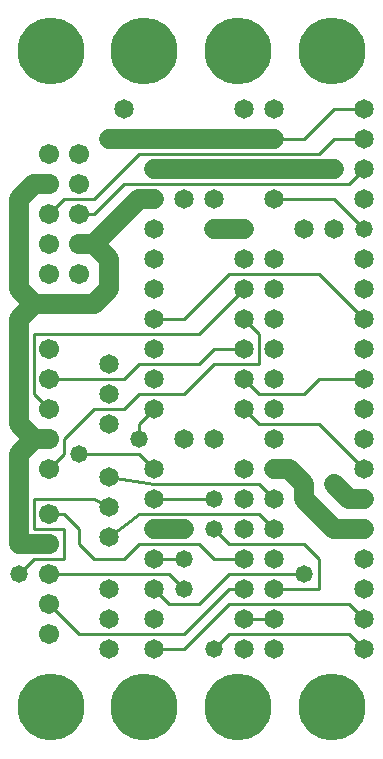
<source format=gbl>
%MOIN*%
%FSLAX25Y25*%
G04 D10 used for Character Trace; *
G04     Circle (OD=.01000) (No hole)*
G04 D11 used for Power Trace; *
G04     Circle (OD=.06500) (No hole)*
G04 D12 used for Signal Trace; *
G04     Circle (OD=.01100) (No hole)*
G04 D13 used for Via; *
G04     Circle (OD=.05800) (Round. Hole ID=.02800)*
G04 D14 used for Component hole; *
G04     Circle (OD=.06500) (Round. Hole ID=.03500)*
G04 D15 used for Component hole; *
G04     Circle (OD=.06700) (Round. Hole ID=.04300)*
G04 D16 used for Component hole; *
G04     Circle (OD=.08100) (Round. Hole ID=.05100)*
G04 D17 used for Component hole; *
G04     Circle (OD=.08900) (Round. Hole ID=.05900)*
G04 D18 used for Component hole; *
G04     Circle (OD=.11300) (Round. Hole ID=.08300)*
G04 D19 used for Component hole; *
G04     Circle (OD=.16000) (Round. Hole ID=.13000)*
G04 D20 used for Component hole; *
G04     Circle (OD=.18300) (Round. Hole ID=.15300)*
G04 D21 used for Component hole; *
G04     Circle (OD=.22291) (Round. Hole ID=.19291)*
%ADD10C,.01000*%
%ADD11C,.06500*%
%ADD12C,.01100*%
%ADD13C,.05800*%
%ADD14C,.06500*%
%ADD15C,.06700*%
%ADD16C,.08100*%
%ADD17C,.08900*%
%ADD18C,.11300*%
%ADD19C,.16000*%
%ADD20C,.18300*%
%ADD21C,.22291*%
%IPPOS*%
%LPD*%
G90*X0Y0D02*D21*X15625Y15625D03*D14*              
X35000Y35000D03*D12*X25000Y40000D02*X60000D01*    
X75000Y55000D01*X80000D01*D14*D03*D12*            
X65000Y50000D02*X75000Y60000D01*X55000Y50000D02*  
X65000D01*X55000D02*X50000Y55000D01*D14*D03*D12*  
X60000D02*X55000Y60000D01*D13*X60000Y55000D03*D12*
X15000Y60000D02*X55000D01*D15*X15000D03*D12*      
X10000Y65000D02*X20000D01*X5000Y60000D02*         
X10000Y65000D01*D13*X5000Y60000D03*D15*           
X15000Y50000D03*D12*X25000Y40000D01*D15*X15000D03*
D14*X35000Y45000D03*Y55000D03*X50000Y65000D03*D12*
X60000D01*D13*D03*D12*X70000D02*X65000Y70000D01*  
X70000Y65000D02*X80000D01*D14*D03*D12*            
X75000Y70000D02*X100000D01*X105000Y65000D01*      
Y55000D01*X90000D01*D14*D03*X80000Y45000D03*D12*  
X90000D01*D14*D03*X80000Y35000D03*X90000D03*D12*  
X75000Y60000D02*X100000D01*D13*D03*D14*           
X90000Y65000D03*D12*X120000Y45000D02*             
X115000Y50000D01*D14*X120000Y45000D03*D12*        
X75000Y50000D02*X115000D01*X60000Y35000D02*       
X75000Y50000D01*X50000Y35000D02*X60000D01*D14*    
X50000D03*Y45000D03*D21*X46875Y15625D03*D13*      
X70000Y35000D03*D12*X75000Y40000D01*X115000D01*   
X120000Y35000D01*D14*D03*D21*X109375Y15625D03*D14*
X120000Y55000D03*Y65000D03*X80000Y75000D03*       
X120000D03*D11*X110000D01*X100000Y85000D01*       
Y90000D01*X95000Y95000D01*X90000D01*D14*D03*D12*  
Y85000D02*X85000Y90000D01*D14*X90000Y85000D03*D12*
X50000Y90000D02*X85000D01*X35000Y92500D02*        
X50000Y90000D01*D14*X35000Y92500D03*D12*Y82500D02*
X30000Y85000D01*D14*X35000Y82500D03*D12*          
X10000Y85000D02*X30000D01*X10000Y75000D02*        
Y85000D01*Y75000D02*X20000D01*Y65000D01*X30000D02*
X25000Y70000D01*X30000Y65000D02*X40000D01*        
X45000Y70000D01*X65000D01*D13*X70000Y75000D03*D12*
X75000Y70000D01*X90000Y75000D02*X85000Y80000D01*  
D14*X90000Y75000D03*D12*X45000Y80000D02*X85000D01*
X35000Y72500D02*X45000Y80000D01*D14*              
X35000Y72500D03*D12*X25000Y70000D02*Y75000D01*    
X20000Y80000D01*X15000D01*D15*D03*D11*            
X5000Y70000D02*X15000D01*D15*D03*D11*X5000D02*    
Y100000D01*X10000Y105000D01*X15000D01*D15*D03*D12*
Y95000D02*X20000Y100000D01*D15*X15000Y95000D03*   
D12*X20000Y100000D02*Y105000D01*X30000Y115000D01* 
X40000D01*X45000Y120000D01*X60000D01*             
X70000Y130000D01*X85000D01*Y140000D01*            
X80000Y145000D01*D14*D03*X90000Y135000D03*        
Y155000D03*D12*X65000Y130000D02*X70000Y135000D01* 
X45000Y130000D02*X65000D01*X40000Y125000D02*      
X45000Y130000D01*X15000Y125000D02*X40000D01*D15*  
X15000D03*D12*Y115000D02*X10000Y120000D01*D15*    
X15000Y115000D03*D12*X10000Y120000D02*Y140000D01* 
X65000D01*X80000Y155000D01*D14*D03*D12*           
X60000Y145000D02*X75000Y160000D01*                
X50000Y145000D02*X60000D01*D14*X50000D03*         
Y155000D03*Y135000D03*X35000Y130000D03*D11*       
X30000Y150000D02*X35000Y155000D01*                
X10000Y150000D02*X30000D01*X5000Y145000D02*       
X10000Y150000D01*X5000Y110000D02*Y145000D01*      
X10000Y105000D02*X5000Y110000D01*D13*             
X25000Y100000D03*D12*X45000D01*X50000Y95000D01*   
D14*D03*X60000Y105000D03*X50000Y85000D03*D12*     
X70000D01*D13*D03*D14*X80000Y95000D03*D13*        
X60000Y75000D03*D11*X50000D01*D14*D03*            
X70000Y105000D03*D13*X45000D03*D12*Y110000D01*    
X50000Y115000D01*D14*D03*Y125000D03*              
X35000Y120000D03*Y110000D03*D12*X70000Y135000D02* 
X80000D01*D14*D03*X90000Y125000D03*Y145000D03*    
X80000Y125000D03*D12*X85000Y120000D01*X100000D01* 
X105000Y125000D01*X120000D01*D14*D03*Y135000D03*  
Y115000D03*D12*Y95000D02*X105000Y110000D01*D14*   
X120000Y95000D03*D11*X115000Y85000D02*X120000D01* 
D14*D03*D11*X115000D02*X110000Y90000D01*D13*D03*  
D14*X120000Y105000D03*X90000D03*D12*              
X85000Y110000D02*X105000D01*X85000D02*            
X80000Y115000D01*D14*D03*X90000D03*               
X80000Y85000D03*X120000Y155000D03*Y145000D03*D12* 
X105000Y160000D01*X75000D01*D14*X80000Y165000D03* 
Y175000D03*D11*X70000D01*D13*D03*D14*             
X60000Y185000D03*X70000D03*X90000Y195000D03*D11*  
X70000D01*D14*D03*D11*X50000D01*D13*D03*D12*      
X30000Y185000D02*X45000Y200000D01*                
X20000Y185000D02*X30000D01*X15000Y180000D02*      
X20000Y185000D01*D15*X15000Y180000D03*            
X25000Y170000D03*D11*X30000D01*X35000Y165000D01*  
Y155000D01*D15*X25000Y160000D03*D11*              
X30000Y170000D02*X45000Y185000D01*X50000D01*D13*  
D03*D12*X30000Y180000D02*X40000Y190000D01*        
X25000Y180000D02*X30000D01*D15*X25000D03*         
X15000Y190000D03*D11*X10000D01*X5000Y185000D01*   
Y155000D01*X10000Y150000D01*D15*X15000Y160000D03* 
Y135000D03*Y170000D03*D12*X40000Y190000D02*       
X115000D01*X120000Y195000D01*D14*D03*D12*         
X105000Y200000D02*X110000Y205000D01*              
X45000Y200000D02*X105000D01*D13*X35000Y205000D03* 
D11*X70000D01*D14*D03*D11*X90000D01*D14*D03*D12*  
X100000D01*X110000Y215000D01*X120000D01*D14*D03*  
D12*X110000Y205000D02*X120000D01*D14*D03*D13*     
X110000Y195000D03*D11*X90000D01*D14*Y185000D03*   
D12*X110000D01*X120000Y175000D01*D13*D03*D14*     
Y185000D03*X110000Y175000D03*X120000Y165000D03*   
X100000Y175000D03*X90000Y165000D03*               
X80000Y215000D03*X90000D03*D21*X109375Y234375D03* 
X78125D03*D14*X50000Y175000D03*Y165000D03*D21*    
X46875Y234375D03*D14*X40000Y215000D03*D15*        
X25000Y200000D03*Y190000D03*D21*X15625Y234375D03* 
D15*X15000Y200000D03*D21*X78125Y15625D03*M02*     

</source>
